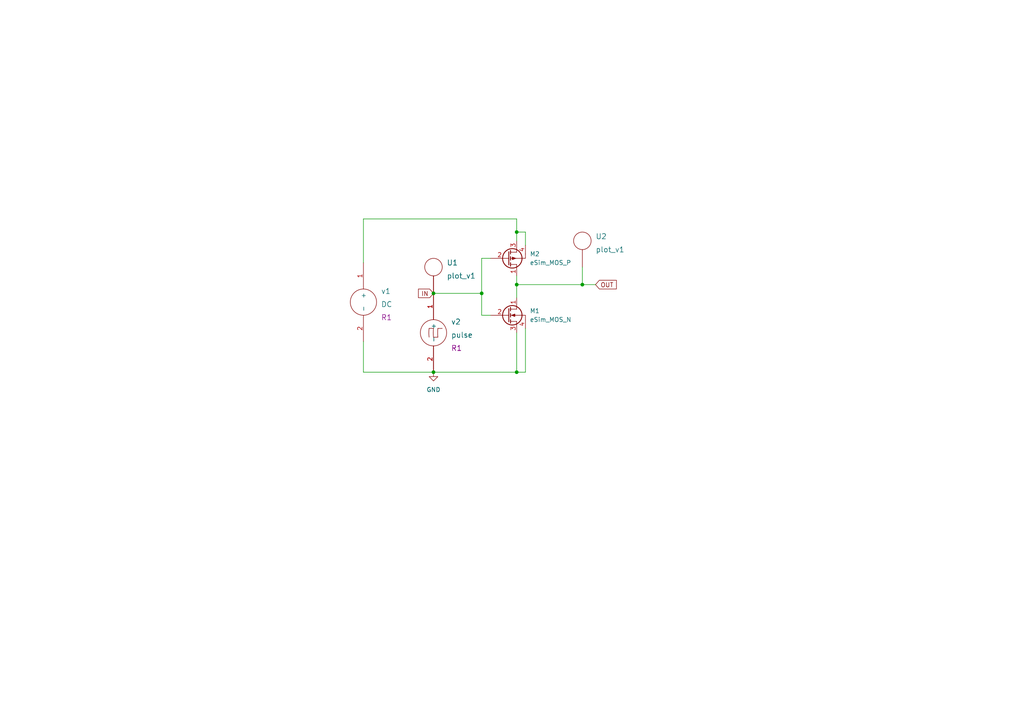
<source format=kicad_sch>
(kicad_sch (version 20211123) (generator eeschema)
  (paper "A4")
  (lib_symbols
    (symbol "eSim_Devices:eSim_MOS_N" (pin_names (offset 0) hide)
      (property "Reference" "M" (at 0 -3.81 0))
      (property "Value" "eSim_MOS_N" (at 2.54 -1.27 0))
      (symbol "eSim_MOS_N_0_1"
        (polyline (pts (xy 3.302 -7.366) (xy 3.302 -6.35)) (stroke (width 0.254)))
        (polyline (pts (xy 3.302 -6.858) (xy 5.08 -6.858)))
        (polyline (pts (xy 3.302 -5.588) (xy 3.302 -4.572)) (stroke (width 0.254)))
        (polyline (pts (xy 3.302 -5.08) (xy 5.08 -5.08)))
        (polyline (pts (xy 3.302 -3.81) (xy 3.302 -2.794)) (stroke (width 0.254)))
        (polyline (pts (xy 3.302 -3.302) (xy 5.08 -3.302)))
        (polyline (pts (xy 5.08 -7.62) (xy 5.08 -6.858)))
        (polyline (pts (xy 5.08 -3.302) (xy 5.08 -2.54)))
        (polyline (pts (xy 2.794 -6.985) (xy 2.794 -3.175) (xy 2.794 -3.175)) (stroke (width 0.254)))
        (polyline (pts (xy 5.08 -5.08) (xy 7.62 -5.08) (xy 7.62 -6.35)))
        (polyline (pts (xy 3.556 -5.08) (xy 4.572 -5.461) (xy 4.572 -4.699) (xy 3.556 -5.08)) (fill (type outline)))
        (circle (center 3.81 -5.08) (radius 2.8194) (stroke (width 0.254)))
      )
      (symbol "eSim_MOS_N_1_1"
        (pin passive line (at 5.08 0 270) (length 2.54) (name "D") (number "1"))
        (pin passive line (at -2.54 -5.08 0) (length 5.334) (name "G") (number "2"))
        (pin passive line (at 5.08 -10.16 90) (length 2.54) (name "S") (number "3"))
        (pin passive line (at 7.62 -8.89 90) (length 2.4892) (name "B") (number "4"))
      )
    )
    (symbol "eSim_Devices:eSim_MOS_P" (pin_names (offset 0) hide)
      (property "Reference" "M" (at -1.27 1.27 0))
      (property "Value" "eSim_MOS_P" (at 1.27 3.81 0))
      (symbol "eSim_MOS_P_0_1"
        (polyline (pts (xy 2.032 -1.778) (xy 3.81 -1.778)))
        (polyline (pts (xy 2.032 -1.27) (xy 2.032 -2.286)) (stroke (width 0.254)))
        (polyline (pts (xy 2.032 0) (xy 3.81 0)))
        (polyline (pts (xy 2.032 0.508) (xy 2.032 -0.508)) (stroke (width 0.254)))
        (polyline (pts (xy 2.032 1.778) (xy 3.81 1.778)))
        (polyline (pts (xy 2.032 2.286) (xy 2.032 1.27)) (stroke (width 0.254)))
        (polyline (pts (xy 3.81 -1.778) (xy 3.81 -2.54)))
        (polyline (pts (xy 3.81 2.54) (xy 3.81 1.778)))
        (polyline (pts (xy 1.524 1.905) (xy 1.524 -1.905) (xy 1.524 -1.905)) (stroke (width 0.254)))
        (polyline (pts (xy 3.81 0) (xy 6.35 0) (xy 6.35 -1.27)))
        (polyline (pts (xy 3.556 0) (xy 2.54 -0.381) (xy 2.54 0.381) (xy 3.556 0)) (fill (type outline)))
        (circle (center 2.54 0) (radius 2.8194) (stroke (width 0.254)))
      )
      (symbol "eSim_MOS_P_1_1"
        (pin passive line (at 3.81 5.08 270) (length 2.54) (name "D") (number "1"))
        (pin passive line (at -3.81 0 0) (length 5.334) (name "G") (number "2"))
        (pin passive line (at 3.81 -5.08 90) (length 2.54) (name "S") (number "3"))
        (pin passive line (at 6.35 -3.81 90) (length 2.54) (name "B") (number "4"))
      )
    )
    (symbol "eSim_Plot:plot_v1" (pin_names (offset 1.016))
      (property "Reference" "U" (at 0 12.7 0))
      (property "Value" "plot_v1" (at 5.08 8.89 0))
      (symbol "plot_v1_0_1"
        (circle (center 0 12.7) (radius 2.54))
      )
      (symbol "plot_v1_1_1"
        (pin input line (at 0 5.08 90) (length 5.08) (name "~") (number "~"))
      )
    )
    (symbol "eSim_Power:eSim_GND" (power) (pin_names (offset 0))
      (property "Value" "eSim_GND" (at 0 -3.81 0))
      (symbol "eSim_GND_0_1"
        (polyline (pts (xy 0 0) (xy 0 -1.27) (xy 1.27 -1.27) (xy 0 -2.54) (xy -1.27 -1.27) (xy 0 -1.27)))
      )
      (symbol "eSim_GND_1_1"
        (pin power_in line (at 0 0 270) (length 0) hide (name "GND") (number "1"))
      )
    )
    (symbol "eSim_Sources:DC" (pin_names (offset 1.016))
      (property "Reference" "v" (at -5.08 2.54 0))
      (property "Value" "DC" (at -5.08 -1.27 0))
      (property "Footprint" "R1" (at -7.62 0 0))
      (symbol "DC_0_1"
        (circle (center 0 0) (radius 3.81))
      )
      (symbol "DC_1_1"
        (pin power_out line (at 0 11.43 270) (length 7.62) (name "+") (number "1"))
        (pin power_out line (at 0 -11.43 90) (length 7.62) (name "-") (number "2"))
      )
    )
    (symbol "eSim_Sources:pulse" (pin_names (offset 1.016))
      (property "Reference" "v" (at -5.08 2.54 0))
      (property "Value" "pulse" (at -5.08 -1.27 0))
      (property "Footprint" "R1" (at -7.62 0 0))
      (symbol "pulse_0_1"
        (arc (start -1.27 1.27) (mid -1.3491 0) (end -1.27 -1.27))
        (arc (start 0 -1.27) (mid 0.635 -1.2876) (end 1.27 -1.27))
        (circle (center 0 0) (radius 3.81))
        (arc (start 0 1.27) (mid -0.635 1.2859) (end -1.27 1.27))
        (arc (start 0 1.27) (mid -0.0703 0) (end 0 -1.27))
        (arc (start 1.27 1.27) (mid 1.2124 0) (end 1.27 -1.27))
        (arc (start 1.27 1.27) (mid 1.905 1.2556) (end 2.54 1.27))
      )
      (symbol "pulse_1_1"
        (pin passive line (at 0 11.43 270) (length 7.62) (name "+") (number "1"))
        (pin passive line (at 0 -11.43 90) (length 7.62) (name "-") (number "2"))
      )
    )
  )
  (junction (at 125.73 107.95))
  (junction (at 125.73 85.09))
  (junction (at 149.86 67.31))
  (junction (at 149.86 82.55))
  (junction (at 139.7 85.09))
  (junction (at 149.86 107.95))
  (junction (at 168.91 82.55))
  (wire (pts (xy 105.41 63.5) (xy 149.86 63.5)))
  (wire (pts (xy 125.73 85.09) (xy 139.7 85.09)))
  (wire (pts (xy 149.86 107.95) (xy 152.4 107.95)))
  (wire (pts (xy 105.41 76.2) (xy 105.41 63.5)))
  (wire (pts (xy 149.86 107.95) (xy 149.86 96.52)))
  (wire (pts (xy 125.73 107.95) (xy 149.86 107.95)))
  (wire (pts (xy 152.4 71.12) (xy 152.4 67.31)))
  (wire (pts (xy 149.86 63.5) (xy 149.86 67.31)))
  (wire (pts (xy 152.4 95.25) (xy 152.4 107.95)))
  (wire (pts (xy 149.86 80.01) (xy 149.86 82.55)))
  (wire (pts (xy 168.91 82.55) (xy 172.72 82.55)))
  (wire (pts (xy 139.7 74.93) (xy 139.7 85.09)))
  (wire (pts (xy 139.7 91.44) (xy 142.24 91.44)))
  (wire (pts (xy 105.41 99.06) (xy 105.41 107.95)))
  (wire (pts (xy 149.86 82.55) (xy 168.91 82.55)))
  (wire (pts (xy 152.4 67.31) (xy 149.86 67.31)))
  (wire (pts (xy 168.91 77.47) (xy 168.91 82.55)))
  (wire (pts (xy 149.86 82.55) (xy 149.86 86.36)))
  (wire (pts (xy 139.7 85.09) (xy 139.7 91.44)))
  (wire (pts (xy 142.24 74.93) (xy 139.7 74.93)))
  (wire (pts (xy 149.86 67.31) (xy 149.86 69.85)))
  (wire (pts (xy 105.41 107.95) (xy 125.73 107.95)))
  (global_label "IN" (shape input) (at 125.73 85.09 180) (property "Intersheet References" "${INTERSHEET_REFS}" (effects hide)))
  (global_label "OUT" (shape input) (at 172.72 82.55 0) (property "Intersheet References" "${INTERSHEET_REFS}" (effects hide)))
  (symbol (lib_id "eSim_Sources:DC") (at 105.41 87.63 0) (unit 1)
    (property "Reference" "v1" (at 110.49 84.455 0) (effects (font (size 1.524 1.524)) (justify left)))
    (property "Value" "DC" (at 110.49 88.265 0) (effects (font (size 1.524 1.524)) (justify left)))
    (property "Footprint" "R1" (at 110.49 92.075 0) (effects (font (size 1.524 1.524)) (justify left)))
  )
  (symbol (lib_id "eSim_Power:eSim_GND") (at 125.73 107.95 0) (unit 1)
    (property "Reference" "#PWR0101" (effects hide))
    (property "Value" "eSim_GND" (at 125.73 113.03 0))
  )
  (symbol (lib_id "eSim_Plot:plot_v1") (at 168.91 82.55 0) (unit 1)
    (property "Reference" "U2" (at 172.72 68.58 0) (effects (font (size 1.524 1.524)) (justify left)))
    (property "Value" "plot_v1" (at 172.72 72.39 0) (effects (font (size 1.524 1.524)) (justify left)))
  )
  (symbol (lib_id "eSim_Devices:eSim_MOS_N") (at 144.78 86.36 0) (unit 1)
    (property "Reference" "M1" (at 153.67 90.1699 0) (effects (justify left)))
    (property "Value" "eSim_MOS_N" (at 153.67 92.7099 0) (effects (justify left)))
  )
  (symbol (lib_id "eSim_Sources:pulse") (at 125.73 96.52 0) (unit 1)
    (property "Reference" "v2" (at 130.81 93.345 0) (effects (font (size 1.524 1.524)) (justify left)))
    (property "Value" "pulse" (at 130.81 97.155 0) (effects (font (size 1.524 1.524)) (justify left)))
    (property "Footprint" "R1" (at 130.81 100.965 0) (effects (font (size 1.524 1.524)) (justify left)))
  )
  (symbol (lib_id "eSim_Devices:eSim_MOS_P") (at 146.05 74.93 0) (mirror x) (unit 1)
    (property "Reference" "M2" (at 153.67 73.6599 0) (effects (justify left)))
    (property "Value" "eSim_MOS_P" (at 153.67 76.1999 0) (effects (justify left)))
  )
  (symbol (lib_id "eSim_Plot:plot_v1") (at 125.73 90.17 0) (unit 1)
    (property "Reference" "U1" (at 129.54 76.2 0) (effects (font (size 1.524 1.524)) (justify left)))
    (property "Value" "plot_v1" (at 129.54 80.01 0) (effects (font (size 1.524 1.524)) (justify left)))
  )
)
</source>
